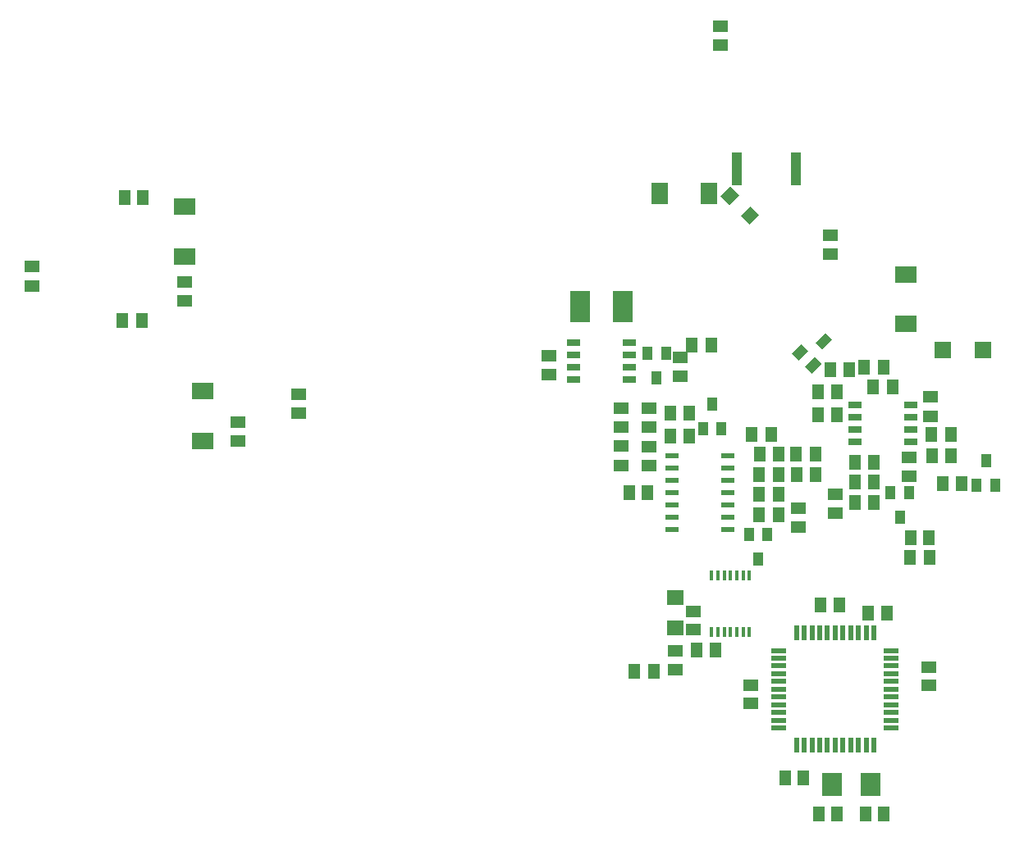
<source format=gbr>
G04 EAGLE Gerber X2 export*
%TF.Part,Single*%
%TF.FileFunction,Paste,Top*%
%TF.FilePolarity,Positive*%
%TF.GenerationSoftware,Autodesk,EAGLE,8.6.3*%
%TF.CreationDate,2021-05-18T20:18:47Z*%
G75*
%MOMM*%
%FSLAX34Y34*%
%LPD*%
%AMOC8*
5,1,8,0,0,1.08239X$1,22.5*%
G01*
%ADD10R,1.300000X1.500000*%
%ADD11R,1.500000X1.300000*%
%ADD12R,1.803000X1.600000*%
%ADD13R,1.000000X1.400000*%
%ADD14R,1.800000X2.200000*%
%ADD15R,2.200000X1.800000*%
%ADD16R,1.422400X0.635000*%
%ADD17R,0.304800X0.990600*%
%ADD18R,2.000000X2.400000*%
%ADD19R,1.600000X1.300000*%
%ADD20R,1.300000X1.600000*%
%ADD21R,0.500000X1.500000*%
%ADD22R,1.500000X0.500000*%
%ADD23R,1.400000X0.600000*%
%ADD24R,1.300000X1.400000*%
%ADD25R,1.066800X3.352800*%
%ADD26R,1.800000X1.700000*%
%ADD27R,2.000000X3.200000*%


D10*
X1649413Y527888D03*
X1668463Y527888D03*
D11*
X1627188Y473913D03*
X1627188Y492963D03*
D10*
X1760538Y485025D03*
X1741488Y485025D03*
X1821259Y113947D03*
X1802209Y113947D03*
X1850628Y113947D03*
X1869678Y113947D03*
X1804194Y329450D03*
X1823244Y329450D03*
X1897063Y399300D03*
X1916113Y399300D03*
D11*
X1673225Y304050D03*
X1673225Y323100D03*
D12*
X1654175Y337388D03*
X1654175Y305638D03*
D10*
X1919288Y483438D03*
X1938338Y483438D03*
X1839913Y477088D03*
X1858963Y477088D03*
D11*
X1819275Y424700D03*
X1819275Y443750D03*
X1781175Y410413D03*
X1781175Y429463D03*
D10*
X1779588Y464388D03*
X1798638Y464388D03*
D11*
X1524000Y567575D03*
X1524000Y586625D03*
X1701050Y908050D03*
X1701050Y927100D03*
D10*
X1625600Y445338D03*
X1606550Y445338D03*
D11*
X1814513Y692194D03*
X1814513Y711244D03*
D13*
X1635125Y564400D03*
X1625600Y589800D03*
X1644650Y589800D03*
D14*
X1638200Y754900D03*
X1689200Y754900D03*
D15*
X1892300Y670863D03*
X1892300Y619863D03*
D13*
X1692275Y537413D03*
X1701800Y512013D03*
X1682750Y512013D03*
D16*
X1606550Y600913D03*
X1606550Y588213D03*
X1606550Y575513D03*
X1606550Y562813D03*
X1549400Y600913D03*
X1549400Y588213D03*
X1549400Y575513D03*
X1549400Y562813D03*
D17*
X1691825Y301860D03*
X1698325Y301860D03*
X1704825Y301860D03*
X1711325Y301860D03*
X1717825Y301860D03*
X1724325Y301860D03*
X1730825Y301860D03*
X1730825Y360216D03*
X1724325Y360216D03*
X1717825Y360216D03*
X1711325Y360216D03*
X1704825Y360216D03*
X1698325Y360216D03*
X1691825Y360216D03*
D16*
X1839913Y497725D03*
X1839913Y510425D03*
X1839913Y523125D03*
X1839913Y535825D03*
X1897063Y497725D03*
X1897063Y510425D03*
X1897063Y523125D03*
X1897063Y535825D03*
D18*
X1855944Y144109D03*
X1815944Y144109D03*
D19*
X1627188Y533125D03*
X1627188Y513125D03*
D20*
X1761013Y464388D03*
X1741013Y464388D03*
X1632028Y260791D03*
X1612028Y260791D03*
D19*
X1917700Y544238D03*
X1917700Y524238D03*
D20*
X1918813Y505663D03*
X1938813Y505663D03*
X1859438Y456450D03*
X1839438Y456450D03*
X1859438Y435813D03*
X1839438Y435813D03*
X1741013Y443750D03*
X1761013Y443750D03*
X1741013Y423113D03*
X1761013Y423113D03*
X1733075Y505663D03*
X1753075Y505663D03*
X1779113Y485025D03*
X1799113Y485025D03*
X1691163Y597738D03*
X1671163Y597738D03*
D19*
X1658938Y585513D03*
X1658938Y565513D03*
D20*
X1668938Y504075D03*
X1648938Y504075D03*
D19*
X1598613Y533125D03*
X1598613Y513125D03*
X1598613Y493438D03*
X1598613Y473438D03*
D13*
X1885950Y419938D03*
X1876425Y445338D03*
X1895475Y445338D03*
X1739900Y377075D03*
X1730375Y402475D03*
X1749425Y402475D03*
D21*
X1779275Y184534D03*
X1787275Y184534D03*
X1795275Y184534D03*
X1803275Y184534D03*
X1811275Y184534D03*
X1819275Y184534D03*
X1827275Y184534D03*
X1835275Y184534D03*
X1843275Y184534D03*
X1851275Y184534D03*
X1859275Y184534D03*
D22*
X1877275Y202534D03*
X1877275Y210534D03*
X1877275Y218534D03*
X1877275Y226534D03*
X1877275Y234534D03*
X1877275Y242534D03*
X1877275Y250534D03*
X1877275Y258534D03*
X1877275Y266534D03*
X1877275Y274534D03*
X1877275Y282534D03*
D21*
X1859275Y300534D03*
X1851275Y300534D03*
X1843275Y300534D03*
X1835275Y300534D03*
X1827275Y300534D03*
X1819275Y300534D03*
X1811275Y300534D03*
X1803275Y300534D03*
X1795275Y300534D03*
X1787275Y300534D03*
X1779275Y300534D03*
D22*
X1761275Y282534D03*
X1761275Y274534D03*
X1761275Y266534D03*
X1761275Y258534D03*
X1761275Y250534D03*
X1761275Y242534D03*
X1761275Y234534D03*
X1761275Y226534D03*
X1761275Y218534D03*
X1761275Y210534D03*
X1761275Y202534D03*
D10*
X1786731Y151253D03*
X1767681Y151253D03*
D11*
X1916113Y246503D03*
X1916113Y265553D03*
X1731963Y246900D03*
X1731963Y227850D03*
D10*
X1853406Y321513D03*
X1872456Y321513D03*
D23*
X1650575Y483438D03*
X1650575Y470738D03*
X1650575Y458038D03*
X1650575Y445338D03*
X1650575Y432638D03*
X1650575Y419938D03*
X1650575Y407238D03*
X1708575Y407238D03*
X1708575Y419938D03*
X1708575Y432638D03*
X1708575Y445338D03*
X1708575Y458038D03*
X1708575Y470738D03*
X1708575Y483438D03*
D19*
X1895475Y482325D03*
X1895475Y462325D03*
D24*
G36*
X1731456Y741492D02*
X1740648Y732300D01*
X1730750Y722402D01*
X1721558Y731594D01*
X1731456Y741492D01*
G37*
G36*
X1710950Y761998D02*
X1720142Y752806D01*
X1710244Y742908D01*
X1701052Y752100D01*
X1710950Y761998D01*
G37*
D25*
X1717358Y780300D03*
X1778318Y780300D03*
D20*
X1878488Y554875D03*
X1858488Y554875D03*
X1868963Y575513D03*
X1848963Y575513D03*
D10*
X1801813Y526300D03*
X1820863Y526300D03*
D20*
X1801338Y550113D03*
X1821338Y550113D03*
D13*
G36*
X1806204Y593470D02*
X1799133Y600541D01*
X1809032Y610440D01*
X1816103Y603369D01*
X1806204Y593470D01*
G37*
G36*
X1794978Y568775D02*
X1787907Y575846D01*
X1797806Y585745D01*
X1804877Y578674D01*
X1794978Y568775D01*
G37*
G36*
X1781508Y582245D02*
X1774437Y589316D01*
X1784336Y599215D01*
X1791407Y592144D01*
X1781508Y582245D01*
G37*
D20*
X1814038Y572338D03*
X1834038Y572338D03*
D13*
X1974850Y478675D03*
X1984375Y453275D03*
X1965325Y453275D03*
D20*
X1949925Y454863D03*
X1929925Y454863D03*
D26*
X1971538Y592975D03*
X1930538Y592975D03*
D20*
X1896588Y378663D03*
X1916588Y378663D03*
D19*
X1654175Y262300D03*
X1654175Y282300D03*
D20*
X1675925Y283413D03*
X1695925Y283413D03*
D15*
X1147763Y740713D03*
X1147763Y689713D03*
D10*
X1085850Y750138D03*
X1104900Y750138D03*
D19*
X1147763Y663300D03*
X1147763Y643300D03*
D20*
X1103788Y623138D03*
X1083788Y623138D03*
D11*
X1203325Y499313D03*
X1203325Y518363D03*
X1265238Y546938D03*
X1265238Y527888D03*
D15*
X1166813Y499213D03*
X1166813Y550213D03*
D19*
X990600Y679175D03*
X990600Y659175D03*
D27*
X1555975Y638175D03*
X1599975Y638175D03*
M02*

</source>
